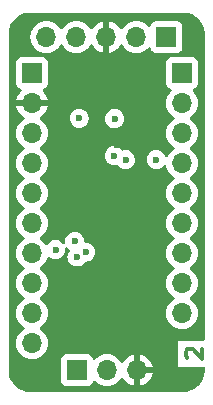
<source format=gbr>
%TF.GenerationSoftware,KiCad,Pcbnew,8.0.6*%
%TF.CreationDate,2024-12-27T21:34:25-08:00*%
%TF.ProjectId,PIC32Flex,50494333-3246-46c6-9578-2e6b69636164,rev?*%
%TF.SameCoordinates,Original*%
%TF.FileFunction,Copper,L2,Inr*%
%TF.FilePolarity,Positive*%
%FSLAX46Y46*%
G04 Gerber Fmt 4.6, Leading zero omitted, Abs format (unit mm)*
G04 Created by KiCad (PCBNEW 8.0.6) date 2024-12-27 21:34:25*
%MOMM*%
%LPD*%
G01*
G04 APERTURE LIST*
%ADD10C,0.300000*%
%TA.AperFunction,NonConductor*%
%ADD11C,0.300000*%
%TD*%
%TA.AperFunction,ComponentPad*%
%ADD12R,1.700000X1.700000*%
%TD*%
%TA.AperFunction,ComponentPad*%
%ADD13O,1.700000X1.700000*%
%TD*%
%TA.AperFunction,ViaPad*%
%ADD14C,0.600000*%
%TD*%
G04 APERTURE END LIST*
D10*
D11*
X113186400Y-99135965D02*
X113119733Y-99069298D01*
X113119733Y-99069298D02*
X113053066Y-98935965D01*
X113053066Y-98935965D02*
X113053066Y-98602632D01*
X113053066Y-98602632D02*
X113119733Y-98469298D01*
X113119733Y-98469298D02*
X113186400Y-98402632D01*
X113186400Y-98402632D02*
X113319733Y-98335965D01*
X113319733Y-98335965D02*
X113453066Y-98335965D01*
X113453066Y-98335965D02*
X113653066Y-98402632D01*
X113653066Y-98402632D02*
X114453066Y-99202632D01*
X114453066Y-99202632D02*
X114453066Y-98335965D01*
D12*
%TO.N,/MCLR*%
%TO.C,J2*%
X111410000Y-71950000D03*
D13*
%TO.N,+3.3V*%
X108870000Y-71950000D03*
%TO.N,GND*%
X106330000Y-71950000D03*
%TO.N,/PGData*%
X103790000Y-71950000D03*
%TO.N,/PGClk*%
X101250000Y-71950000D03*
%TD*%
%TO.N,/RB8*%
%TO.C,J4*%
X100040000Y-97880000D03*
%TO.N,/RB5*%
X100040000Y-95340000D03*
%TO.N,/RA4*%
X100040000Y-92800000D03*
%TO.N,/RB4*%
X100040000Y-90260000D03*
%TO.N,/RA3*%
X100040000Y-87720000D03*
%TO.N,/RA2*%
X100040000Y-85180000D03*
%TO.N,/AN5{slash}RB3*%
X100040000Y-82640000D03*
%TO.N,/AN4{slash}RB2*%
X100040000Y-80100000D03*
%TO.N,GND*%
X100040000Y-77560000D03*
D12*
%TO.N,+3.3V*%
X100040000Y-75020000D03*
%TD*%
%TO.N,/AN1{slash}RA1*%
%TO.C,J3*%
X112740000Y-75020000D03*
D13*
%TO.N,/AN0{slash}RA0*%
X112740000Y-77560000D03*
%TO.N,/AN9{slash}RB15*%
X112740000Y-80100000D03*
%TO.N,/AN10{slash}RB14*%
X112740000Y-82640000D03*
%TO.N,/AN11{slash}RB13*%
X112740000Y-85180000D03*
%TO.N,/AN12{slash}RB12*%
X112740000Y-87720000D03*
%TO.N,/RB11*%
X112740000Y-90260000D03*
%TO.N,/RB10*%
X112740000Y-92800000D03*
%TO.N,/RB9*%
X112740000Y-95340000D03*
%TD*%
D12*
%TO.N,/TXD*%
%TO.C,J1*%
X103837600Y-100170800D03*
D13*
%TO.N,/RXD*%
X106377600Y-100170800D03*
%TO.N,GND*%
X108917600Y-100170800D03*
%TD*%
D14*
%TO.N,+3.3V*%
X102020000Y-89971471D03*
X104020000Y-78840000D03*
X110560000Y-82330000D03*
X107020000Y-78870000D03*
%TO.N,GND*%
X107255735Y-81065735D03*
X104280000Y-81090000D03*
X103170000Y-75570000D03*
X106373203Y-86545485D03*
%TO.N,/TXD*%
X103837600Y-90580000D03*
%TO.N,/RXD*%
X104560000Y-90180000D03*
%TO.N,/RB5*%
X103650000Y-89270000D03*
%TO.N,/AN0{slash}RA0*%
X107950000Y-82350000D03*
%TO.N,/AN1{slash}RA1*%
X106980000Y-82010000D03*
%TD*%
%TA.AperFunction,Conductor*%
%TO.N,GND*%
G36*
X112853843Y-69898365D02*
G01*
X113076590Y-69912964D01*
X113092648Y-69915079D01*
X113278675Y-69952082D01*
X113307571Y-69957830D01*
X113323238Y-69962028D01*
X113476369Y-70014009D01*
X113530744Y-70032467D01*
X113545721Y-70038670D01*
X113736591Y-70132796D01*
X113742260Y-70135592D01*
X113756308Y-70143702D01*
X113938512Y-70265448D01*
X113951373Y-70275316D01*
X114056295Y-70367330D01*
X114116128Y-70419802D01*
X114127597Y-70431271D01*
X114237960Y-70557117D01*
X114272080Y-70596023D01*
X114281954Y-70608891D01*
X114403697Y-70791092D01*
X114411807Y-70805139D01*
X114508726Y-71001671D01*
X114514933Y-71016657D01*
X114585371Y-71224161D01*
X114589569Y-71239828D01*
X114632318Y-71454740D01*
X114634436Y-71470821D01*
X114649035Y-71693556D01*
X114649300Y-71701666D01*
X114649300Y-97554740D01*
X114629615Y-97621779D01*
X114576811Y-97667534D01*
X114525300Y-97678740D01*
X112395841Y-97678740D01*
X112395841Y-99858132D01*
X114525300Y-99858132D01*
X114592339Y-99877817D01*
X114638094Y-99930621D01*
X114649300Y-99982132D01*
X114649300Y-100193533D01*
X114649035Y-100201643D01*
X114634436Y-100424378D01*
X114632318Y-100440459D01*
X114589569Y-100655371D01*
X114585371Y-100671038D01*
X114514933Y-100878542D01*
X114508726Y-100893528D01*
X114411807Y-101090060D01*
X114403697Y-101104107D01*
X114281954Y-101286308D01*
X114272080Y-101299176D01*
X114127597Y-101463928D01*
X114116128Y-101475397D01*
X113951376Y-101619880D01*
X113938508Y-101629754D01*
X113756307Y-101751497D01*
X113742260Y-101759607D01*
X113545728Y-101856526D01*
X113530742Y-101862733D01*
X113323238Y-101933171D01*
X113307571Y-101937369D01*
X113092659Y-101980118D01*
X113076578Y-101982236D01*
X112853843Y-101996835D01*
X112845733Y-101997100D01*
X99853867Y-101997100D01*
X99845757Y-101996835D01*
X99623021Y-101982236D01*
X99606940Y-101980118D01*
X99392028Y-101937369D01*
X99376361Y-101933171D01*
X99168857Y-101862733D01*
X99153871Y-101856526D01*
X98957339Y-101759607D01*
X98943292Y-101751497D01*
X98761091Y-101629754D01*
X98748223Y-101619880D01*
X98583471Y-101475397D01*
X98572002Y-101463928D01*
X98467179Y-101344400D01*
X98427516Y-101299173D01*
X98417645Y-101286308D01*
X98402161Y-101263135D01*
X98295902Y-101104107D01*
X98287792Y-101090060D01*
X98264031Y-101041878D01*
X98190870Y-100893521D01*
X98184666Y-100878542D01*
X98114228Y-100671038D01*
X98110030Y-100655371D01*
X98098017Y-100594976D01*
X98067279Y-100440448D01*
X98065164Y-100424390D01*
X98050565Y-100201643D01*
X98050300Y-100193533D01*
X98050300Y-99272935D01*
X102487100Y-99272935D01*
X102487100Y-101068670D01*
X102487101Y-101068676D01*
X102493508Y-101128283D01*
X102543802Y-101263128D01*
X102543806Y-101263135D01*
X102630052Y-101378344D01*
X102630055Y-101378347D01*
X102745264Y-101464593D01*
X102745271Y-101464597D01*
X102880117Y-101514891D01*
X102880116Y-101514891D01*
X102887044Y-101515635D01*
X102939727Y-101521300D01*
X104735472Y-101521299D01*
X104795083Y-101514891D01*
X104929931Y-101464596D01*
X105045146Y-101378346D01*
X105131396Y-101263131D01*
X105180410Y-101131716D01*
X105222281Y-101075784D01*
X105287745Y-101051366D01*
X105356018Y-101066217D01*
X105384273Y-101087369D01*
X105506199Y-101209295D01*
X105602984Y-101277065D01*
X105699765Y-101344832D01*
X105699767Y-101344833D01*
X105699770Y-101344835D01*
X105913937Y-101444703D01*
X106142192Y-101505863D01*
X106318634Y-101521300D01*
X106377599Y-101526459D01*
X106377600Y-101526459D01*
X106377601Y-101526459D01*
X106436566Y-101521300D01*
X106613008Y-101505863D01*
X106841263Y-101444703D01*
X107055430Y-101344835D01*
X107249001Y-101209295D01*
X107416095Y-101042201D01*
X107546330Y-100856205D01*
X107600907Y-100812581D01*
X107670405Y-100805387D01*
X107732760Y-100836910D01*
X107749479Y-100856205D01*
X107879490Y-101041878D01*
X108046517Y-101208905D01*
X108240021Y-101344400D01*
X108454107Y-101444229D01*
X108454116Y-101444233D01*
X108667600Y-101501434D01*
X108667600Y-100603812D01*
X108724607Y-100636725D01*
X108851774Y-100670800D01*
X108983426Y-100670800D01*
X109110593Y-100636725D01*
X109167600Y-100603812D01*
X109167600Y-101501433D01*
X109381083Y-101444233D01*
X109381092Y-101444229D01*
X109595178Y-101344400D01*
X109788682Y-101208905D01*
X109955705Y-101041882D01*
X110091200Y-100848378D01*
X110191029Y-100634292D01*
X110191032Y-100634286D01*
X110248236Y-100420800D01*
X109350612Y-100420800D01*
X109383525Y-100363793D01*
X109417600Y-100236626D01*
X109417600Y-100104974D01*
X109383525Y-99977807D01*
X109350612Y-99920800D01*
X110248236Y-99920800D01*
X110248235Y-99920799D01*
X110191032Y-99707313D01*
X110191029Y-99707307D01*
X110091200Y-99493222D01*
X110091199Y-99493220D01*
X109955713Y-99299726D01*
X109955708Y-99299720D01*
X109788682Y-99132694D01*
X109595178Y-98997199D01*
X109381092Y-98897370D01*
X109381086Y-98897367D01*
X109167600Y-98840164D01*
X109167600Y-99737788D01*
X109110593Y-99704875D01*
X108983426Y-99670800D01*
X108851774Y-99670800D01*
X108724607Y-99704875D01*
X108667600Y-99737788D01*
X108667600Y-98840164D01*
X108667599Y-98840164D01*
X108454113Y-98897367D01*
X108454107Y-98897370D01*
X108240022Y-98997199D01*
X108240020Y-98997200D01*
X108046526Y-99132686D01*
X108046520Y-99132691D01*
X107879491Y-99299720D01*
X107879490Y-99299722D01*
X107749480Y-99485395D01*
X107694903Y-99529019D01*
X107625404Y-99536212D01*
X107563050Y-99504690D01*
X107546330Y-99485394D01*
X107416094Y-99299397D01*
X107249002Y-99132306D01*
X107248995Y-99132301D01*
X107055434Y-98996767D01*
X107055430Y-98996765D01*
X107055428Y-98996764D01*
X106841263Y-98896897D01*
X106841259Y-98896896D01*
X106841255Y-98896894D01*
X106613013Y-98835738D01*
X106613003Y-98835736D01*
X106377601Y-98815141D01*
X106377599Y-98815141D01*
X106142196Y-98835736D01*
X106142186Y-98835738D01*
X105913944Y-98896894D01*
X105913935Y-98896898D01*
X105699771Y-98996764D01*
X105699769Y-98996765D01*
X105506200Y-99132303D01*
X105384273Y-99254230D01*
X105322950Y-99287714D01*
X105253258Y-99282730D01*
X105197325Y-99240858D01*
X105180410Y-99209881D01*
X105131397Y-99078471D01*
X105131393Y-99078464D01*
X105045147Y-98963255D01*
X105045144Y-98963252D01*
X104929935Y-98877006D01*
X104929928Y-98877002D01*
X104795082Y-98826708D01*
X104795083Y-98826708D01*
X104735483Y-98820301D01*
X104735481Y-98820300D01*
X104735473Y-98820300D01*
X104735464Y-98820300D01*
X102939729Y-98820300D01*
X102939723Y-98820301D01*
X102880116Y-98826708D01*
X102745271Y-98877002D01*
X102745264Y-98877006D01*
X102630055Y-98963252D01*
X102630052Y-98963255D01*
X102543806Y-99078464D01*
X102543802Y-99078471D01*
X102493508Y-99213317D01*
X102487101Y-99272916D01*
X102487100Y-99272935D01*
X98050300Y-99272935D01*
X98050300Y-80099999D01*
X98684341Y-80099999D01*
X98684341Y-80100000D01*
X98704936Y-80335403D01*
X98704938Y-80335413D01*
X98766094Y-80563655D01*
X98766096Y-80563659D01*
X98766097Y-80563663D01*
X98865965Y-80777830D01*
X98865967Y-80777834D01*
X99001501Y-80971395D01*
X99001506Y-80971402D01*
X99168597Y-81138493D01*
X99168603Y-81138498D01*
X99354158Y-81268425D01*
X99397783Y-81323002D01*
X99404977Y-81392500D01*
X99373454Y-81454855D01*
X99354158Y-81471575D01*
X99168597Y-81601505D01*
X99001505Y-81768597D01*
X98865965Y-81962169D01*
X98865964Y-81962171D01*
X98766098Y-82176335D01*
X98766094Y-82176344D01*
X98704938Y-82404586D01*
X98704936Y-82404596D01*
X98684341Y-82639999D01*
X98684341Y-82640000D01*
X98704936Y-82875403D01*
X98704938Y-82875413D01*
X98766094Y-83103655D01*
X98766096Y-83103659D01*
X98766097Y-83103663D01*
X98865965Y-83317830D01*
X98865967Y-83317834D01*
X99001501Y-83511395D01*
X99001506Y-83511402D01*
X99168597Y-83678493D01*
X99168603Y-83678498D01*
X99354158Y-83808425D01*
X99397783Y-83863002D01*
X99404977Y-83932500D01*
X99373454Y-83994855D01*
X99354158Y-84011575D01*
X99168597Y-84141505D01*
X99001505Y-84308597D01*
X98865965Y-84502169D01*
X98865964Y-84502171D01*
X98766098Y-84716335D01*
X98766094Y-84716344D01*
X98704938Y-84944586D01*
X98704936Y-84944596D01*
X98684341Y-85179999D01*
X98684341Y-85180000D01*
X98704936Y-85415403D01*
X98704938Y-85415413D01*
X98766094Y-85643655D01*
X98766096Y-85643659D01*
X98766097Y-85643663D01*
X98865965Y-85857830D01*
X98865967Y-85857834D01*
X99001501Y-86051395D01*
X99001506Y-86051402D01*
X99168597Y-86218493D01*
X99168603Y-86218498D01*
X99354158Y-86348425D01*
X99397783Y-86403002D01*
X99404977Y-86472500D01*
X99373454Y-86534855D01*
X99354158Y-86551575D01*
X99168597Y-86681505D01*
X99001505Y-86848597D01*
X98865965Y-87042169D01*
X98865964Y-87042171D01*
X98766098Y-87256335D01*
X98766094Y-87256344D01*
X98704938Y-87484586D01*
X98704936Y-87484596D01*
X98684341Y-87719999D01*
X98684341Y-87720000D01*
X98704936Y-87955403D01*
X98704938Y-87955413D01*
X98766094Y-88183655D01*
X98766096Y-88183659D01*
X98766097Y-88183663D01*
X98865965Y-88397830D01*
X98865967Y-88397834D01*
X99001501Y-88591395D01*
X99001506Y-88591402D01*
X99168597Y-88758493D01*
X99168603Y-88758498D01*
X99354158Y-88888425D01*
X99397783Y-88943002D01*
X99404977Y-89012500D01*
X99373454Y-89074855D01*
X99354158Y-89091575D01*
X99168597Y-89221505D01*
X99001505Y-89388597D01*
X98865965Y-89582169D01*
X98865964Y-89582171D01*
X98766098Y-89796335D01*
X98766094Y-89796344D01*
X98704938Y-90024586D01*
X98704936Y-90024596D01*
X98684341Y-90259999D01*
X98684341Y-90260000D01*
X98704936Y-90495403D01*
X98704938Y-90495413D01*
X98766094Y-90723655D01*
X98766096Y-90723659D01*
X98766097Y-90723663D01*
X98806271Y-90809816D01*
X98865965Y-90937830D01*
X98865967Y-90937834D01*
X99001501Y-91131395D01*
X99001506Y-91131402D01*
X99168597Y-91298493D01*
X99168603Y-91298498D01*
X99354158Y-91428425D01*
X99397783Y-91483002D01*
X99404977Y-91552500D01*
X99373454Y-91614855D01*
X99354158Y-91631575D01*
X99168597Y-91761505D01*
X99001505Y-91928597D01*
X98865965Y-92122169D01*
X98865964Y-92122171D01*
X98766098Y-92336335D01*
X98766094Y-92336344D01*
X98704938Y-92564586D01*
X98704936Y-92564596D01*
X98684341Y-92799999D01*
X98684341Y-92800000D01*
X98704936Y-93035403D01*
X98704938Y-93035413D01*
X98766094Y-93263655D01*
X98766096Y-93263659D01*
X98766097Y-93263663D01*
X98865965Y-93477830D01*
X98865967Y-93477834D01*
X99001501Y-93671395D01*
X99001506Y-93671402D01*
X99168597Y-93838493D01*
X99168603Y-93838498D01*
X99354158Y-93968425D01*
X99397783Y-94023002D01*
X99404977Y-94092500D01*
X99373454Y-94154855D01*
X99354158Y-94171575D01*
X99168597Y-94301505D01*
X99001505Y-94468597D01*
X98865965Y-94662169D01*
X98865964Y-94662171D01*
X98766098Y-94876335D01*
X98766094Y-94876344D01*
X98704938Y-95104586D01*
X98704936Y-95104596D01*
X98684341Y-95339999D01*
X98684341Y-95340000D01*
X98704936Y-95575403D01*
X98704938Y-95575413D01*
X98766094Y-95803655D01*
X98766096Y-95803659D01*
X98766097Y-95803663D01*
X98865965Y-96017830D01*
X98865967Y-96017834D01*
X99001501Y-96211395D01*
X99001506Y-96211402D01*
X99168597Y-96378493D01*
X99168603Y-96378498D01*
X99354158Y-96508425D01*
X99397783Y-96563002D01*
X99404977Y-96632500D01*
X99373454Y-96694855D01*
X99354158Y-96711575D01*
X99168597Y-96841505D01*
X99001505Y-97008597D01*
X98865965Y-97202169D01*
X98865964Y-97202171D01*
X98766098Y-97416335D01*
X98766094Y-97416344D01*
X98704938Y-97644586D01*
X98704936Y-97644596D01*
X98684341Y-97879999D01*
X98684341Y-97880000D01*
X98704936Y-98115403D01*
X98704938Y-98115413D01*
X98766094Y-98343655D01*
X98766096Y-98343659D01*
X98766097Y-98343663D01*
X98865965Y-98557830D01*
X98865967Y-98557834D01*
X98974281Y-98712521D01*
X99001505Y-98751401D01*
X99168599Y-98918495D01*
X99232523Y-98963255D01*
X99362165Y-99054032D01*
X99362167Y-99054033D01*
X99362170Y-99054035D01*
X99576337Y-99153903D01*
X99804592Y-99215063D01*
X99992918Y-99231539D01*
X100039999Y-99235659D01*
X100040000Y-99235659D01*
X100040001Y-99235659D01*
X100079234Y-99232226D01*
X100275408Y-99215063D01*
X100503663Y-99153903D01*
X100717830Y-99054035D01*
X100911401Y-98918495D01*
X101078495Y-98751401D01*
X101214035Y-98557830D01*
X101313903Y-98343663D01*
X101375063Y-98115408D01*
X101395659Y-97880000D01*
X101375063Y-97644592D01*
X101313903Y-97416337D01*
X101214035Y-97202171D01*
X101078495Y-97008599D01*
X101078494Y-97008597D01*
X100911402Y-96841506D01*
X100911396Y-96841501D01*
X100725842Y-96711575D01*
X100682217Y-96656998D01*
X100675023Y-96587500D01*
X100706546Y-96525145D01*
X100725842Y-96508425D01*
X100748026Y-96492891D01*
X100911401Y-96378495D01*
X101078495Y-96211401D01*
X101214035Y-96017830D01*
X101313903Y-95803663D01*
X101375063Y-95575408D01*
X101395659Y-95340000D01*
X101375063Y-95104592D01*
X101313903Y-94876337D01*
X101214035Y-94662171D01*
X101078495Y-94468599D01*
X101078494Y-94468597D01*
X100911402Y-94301506D01*
X100911396Y-94301501D01*
X100725842Y-94171575D01*
X100682217Y-94116998D01*
X100675023Y-94047500D01*
X100706546Y-93985145D01*
X100725842Y-93968425D01*
X100748026Y-93952891D01*
X100911401Y-93838495D01*
X101078495Y-93671401D01*
X101214035Y-93477830D01*
X101313903Y-93263663D01*
X101375063Y-93035408D01*
X101395659Y-92800000D01*
X101375063Y-92564592D01*
X101313903Y-92336337D01*
X101214035Y-92122171D01*
X101078495Y-91928599D01*
X101078494Y-91928597D01*
X100911402Y-91761506D01*
X100911396Y-91761501D01*
X100725842Y-91631575D01*
X100682217Y-91576998D01*
X100675023Y-91507500D01*
X100706546Y-91445145D01*
X100725842Y-91428425D01*
X100815895Y-91365369D01*
X100911401Y-91298495D01*
X101078495Y-91131401D01*
X101214035Y-90937830D01*
X101313903Y-90723663D01*
X101327856Y-90671590D01*
X101364220Y-90611929D01*
X101427067Y-90581399D01*
X101496443Y-90589693D01*
X101513604Y-90598689D01*
X101517736Y-90601285D01*
X101517738Y-90601287D01*
X101534675Y-90611929D01*
X101670475Y-90697259D01*
X101840745Y-90756839D01*
X101840750Y-90756840D01*
X102019996Y-90777036D01*
X102020000Y-90777036D01*
X102020004Y-90777036D01*
X102199249Y-90756840D01*
X102199252Y-90756839D01*
X102199255Y-90756839D01*
X102369522Y-90697260D01*
X102522262Y-90601287D01*
X102649816Y-90473733D01*
X102745789Y-90320993D01*
X102805368Y-90150726D01*
X102818673Y-90032642D01*
X102825565Y-89971474D01*
X102825565Y-89971468D01*
X102815234Y-89879778D01*
X102827288Y-89810956D01*
X102874637Y-89759576D01*
X102942248Y-89741952D01*
X103008654Y-89763678D01*
X103026135Y-89778213D01*
X103147737Y-89899815D01*
X103147740Y-89899817D01*
X103165943Y-89911255D01*
X103212235Y-89963589D01*
X103222884Y-90032642D01*
X103204966Y-90082221D01*
X103111811Y-90230476D01*
X103052231Y-90400745D01*
X103052230Y-90400750D01*
X103032035Y-90579996D01*
X103032035Y-90580003D01*
X103052230Y-90759249D01*
X103052231Y-90759254D01*
X103111811Y-90929523D01*
X103147025Y-90985565D01*
X103207784Y-91082262D01*
X103335338Y-91209816D01*
X103425680Y-91266582D01*
X103476469Y-91298495D01*
X103488078Y-91305789D01*
X103658345Y-91365368D01*
X103658350Y-91365369D01*
X103837596Y-91385565D01*
X103837600Y-91385565D01*
X103837604Y-91385565D01*
X104016849Y-91365369D01*
X104016852Y-91365368D01*
X104016855Y-91365368D01*
X104187122Y-91305789D01*
X104339862Y-91209816D01*
X104467416Y-91082262D01*
X104493979Y-91039985D01*
X104546310Y-90993696D01*
X104585087Y-90982738D01*
X104639136Y-90976648D01*
X104739249Y-90965369D01*
X104739252Y-90965368D01*
X104739255Y-90965368D01*
X104909522Y-90905789D01*
X105062262Y-90809816D01*
X105189816Y-90682262D01*
X105285789Y-90529522D01*
X105345368Y-90359255D01*
X105349679Y-90320993D01*
X105365565Y-90180003D01*
X105365565Y-90179996D01*
X105345369Y-90000750D01*
X105345368Y-90000745D01*
X105335125Y-89971471D01*
X105285789Y-89830478D01*
X105189816Y-89677738D01*
X105062262Y-89550184D01*
X104995579Y-89508284D01*
X104909523Y-89454211D01*
X104739254Y-89394631D01*
X104739250Y-89394630D01*
X104564404Y-89374930D01*
X104499990Y-89347863D01*
X104460435Y-89290268D01*
X104455068Y-89265593D01*
X104450100Y-89221501D01*
X104435369Y-89090750D01*
X104435369Y-89090749D01*
X104435368Y-89090745D01*
X104400116Y-88990000D01*
X104375789Y-88920478D01*
X104279816Y-88767738D01*
X104152262Y-88640184D01*
X104074626Y-88591402D01*
X103999523Y-88544211D01*
X103829254Y-88484631D01*
X103829249Y-88484630D01*
X103650004Y-88464435D01*
X103649996Y-88464435D01*
X103470750Y-88484630D01*
X103470745Y-88484631D01*
X103300476Y-88544211D01*
X103147737Y-88640184D01*
X103020184Y-88767737D01*
X102924211Y-88920476D01*
X102864631Y-89090745D01*
X102864630Y-89090750D01*
X102844435Y-89269996D01*
X102844435Y-89270005D01*
X102854765Y-89361694D01*
X102842710Y-89430515D01*
X102795361Y-89481894D01*
X102727750Y-89499518D01*
X102661344Y-89477791D01*
X102643864Y-89463257D01*
X102522262Y-89341655D01*
X102369523Y-89245682D01*
X102199254Y-89186102D01*
X102199249Y-89186101D01*
X102020004Y-89165906D01*
X102019996Y-89165906D01*
X101840750Y-89186101D01*
X101840745Y-89186102D01*
X101670476Y-89245682D01*
X101517737Y-89341655D01*
X101390182Y-89469210D01*
X101368867Y-89503134D01*
X101316532Y-89549425D01*
X101247479Y-89560072D01*
X101183631Y-89531697D01*
X101162299Y-89508284D01*
X101078494Y-89388597D01*
X100911402Y-89221506D01*
X100911396Y-89221501D01*
X100725842Y-89091575D01*
X100682217Y-89036998D01*
X100675023Y-88967500D01*
X100706546Y-88905145D01*
X100725842Y-88888425D01*
X100748026Y-88872891D01*
X100911401Y-88758495D01*
X101078495Y-88591401D01*
X101214035Y-88397830D01*
X101313903Y-88183663D01*
X101375063Y-87955408D01*
X101395659Y-87720000D01*
X101375063Y-87484592D01*
X101313903Y-87256337D01*
X101214035Y-87042171D01*
X101078495Y-86848599D01*
X101078494Y-86848597D01*
X100911402Y-86681506D01*
X100911396Y-86681501D01*
X100725842Y-86551575D01*
X100682217Y-86496998D01*
X100675023Y-86427500D01*
X100706546Y-86365145D01*
X100725842Y-86348425D01*
X100748026Y-86332891D01*
X100911401Y-86218495D01*
X101078495Y-86051401D01*
X101214035Y-85857830D01*
X101313903Y-85643663D01*
X101375063Y-85415408D01*
X101395659Y-85180000D01*
X101375063Y-84944592D01*
X101313903Y-84716337D01*
X101214035Y-84502171D01*
X101078495Y-84308599D01*
X101078494Y-84308597D01*
X100911402Y-84141506D01*
X100911396Y-84141501D01*
X100725842Y-84011575D01*
X100682217Y-83956998D01*
X100675023Y-83887500D01*
X100706546Y-83825145D01*
X100725842Y-83808425D01*
X100748026Y-83792891D01*
X100911401Y-83678495D01*
X101078495Y-83511401D01*
X101214035Y-83317830D01*
X101313903Y-83103663D01*
X101375063Y-82875408D01*
X101395659Y-82640000D01*
X101375063Y-82404592D01*
X101313903Y-82176337D01*
X101236336Y-82009996D01*
X106174435Y-82009996D01*
X106174435Y-82010003D01*
X106194630Y-82189249D01*
X106194631Y-82189254D01*
X106254211Y-82359523D01*
X106348291Y-82509249D01*
X106350184Y-82512262D01*
X106477738Y-82639816D01*
X106630478Y-82735789D01*
X106794283Y-82793107D01*
X106800745Y-82795368D01*
X106800750Y-82795369D01*
X106979996Y-82815565D01*
X106980000Y-82815565D01*
X106980004Y-82815565D01*
X107159247Y-82795369D01*
X107159247Y-82795368D01*
X107159255Y-82795368D01*
X107168532Y-82792121D01*
X107238305Y-82788556D01*
X107298935Y-82823281D01*
X107314482Y-82843187D01*
X107320184Y-82852262D01*
X107447738Y-82979816D01*
X107538080Y-83036582D01*
X107568646Y-83055788D01*
X107600478Y-83075789D01*
X107713591Y-83115369D01*
X107770745Y-83135368D01*
X107770750Y-83135369D01*
X107949996Y-83155565D01*
X107950000Y-83155565D01*
X107950004Y-83155565D01*
X108129249Y-83135369D01*
X108129252Y-83135368D01*
X108129255Y-83135368D01*
X108299522Y-83075789D01*
X108452262Y-82979816D01*
X108579816Y-82852262D01*
X108675789Y-82699522D01*
X108735368Y-82529255D01*
X108737283Y-82512262D01*
X108755565Y-82350003D01*
X108755565Y-82349996D01*
X108753312Y-82329996D01*
X109754435Y-82329996D01*
X109754435Y-82330003D01*
X109774630Y-82509249D01*
X109774631Y-82509254D01*
X109834211Y-82679523D01*
X109919693Y-82815565D01*
X109930184Y-82832262D01*
X110057738Y-82959816D01*
X110210478Y-83055789D01*
X110267632Y-83075788D01*
X110380745Y-83115368D01*
X110380750Y-83115369D01*
X110559996Y-83135565D01*
X110560000Y-83135565D01*
X110560004Y-83135565D01*
X110739249Y-83115369D01*
X110739252Y-83115368D01*
X110739255Y-83115368D01*
X110909522Y-83055789D01*
X111062262Y-82959816D01*
X111189816Y-82832262D01*
X111189816Y-82832261D01*
X111194740Y-82827338D01*
X111195857Y-82828455D01*
X111246207Y-82793107D01*
X111316018Y-82790248D01*
X111376292Y-82825586D01*
X111405755Y-82878462D01*
X111466094Y-83103655D01*
X111466096Y-83103659D01*
X111466097Y-83103663D01*
X111565965Y-83317830D01*
X111565967Y-83317834D01*
X111701501Y-83511395D01*
X111701506Y-83511402D01*
X111868597Y-83678493D01*
X111868603Y-83678498D01*
X112054158Y-83808425D01*
X112097783Y-83863002D01*
X112104977Y-83932500D01*
X112073454Y-83994855D01*
X112054158Y-84011575D01*
X111868597Y-84141505D01*
X111701505Y-84308597D01*
X111565965Y-84502169D01*
X111565964Y-84502171D01*
X111466098Y-84716335D01*
X111466094Y-84716344D01*
X111404938Y-84944586D01*
X111404936Y-84944596D01*
X111384341Y-85179999D01*
X111384341Y-85180000D01*
X111404936Y-85415403D01*
X111404938Y-85415413D01*
X111466094Y-85643655D01*
X111466096Y-85643659D01*
X111466097Y-85643663D01*
X111565965Y-85857830D01*
X111565967Y-85857834D01*
X111701501Y-86051395D01*
X111701506Y-86051402D01*
X111868597Y-86218493D01*
X111868603Y-86218498D01*
X112054158Y-86348425D01*
X112097783Y-86403002D01*
X112104977Y-86472500D01*
X112073454Y-86534855D01*
X112054158Y-86551575D01*
X111868597Y-86681505D01*
X111701505Y-86848597D01*
X111565965Y-87042169D01*
X111565964Y-87042171D01*
X111466098Y-87256335D01*
X111466094Y-87256344D01*
X111404938Y-87484586D01*
X111404936Y-87484596D01*
X111384341Y-87719999D01*
X111384341Y-87720000D01*
X111404936Y-87955403D01*
X111404938Y-87955413D01*
X111466094Y-88183655D01*
X111466096Y-88183659D01*
X111466097Y-88183663D01*
X111565965Y-88397830D01*
X111565967Y-88397834D01*
X111701501Y-88591395D01*
X111701506Y-88591402D01*
X111868597Y-88758493D01*
X111868603Y-88758498D01*
X112054158Y-88888425D01*
X112097783Y-88943002D01*
X112104977Y-89012500D01*
X112073454Y-89074855D01*
X112054158Y-89091575D01*
X111868597Y-89221505D01*
X111701505Y-89388597D01*
X111565965Y-89582169D01*
X111565964Y-89582171D01*
X111466098Y-89796335D01*
X111466094Y-89796344D01*
X111404938Y-90024586D01*
X111404936Y-90024596D01*
X111384341Y-90259999D01*
X111384341Y-90260000D01*
X111404936Y-90495403D01*
X111404938Y-90495413D01*
X111466094Y-90723655D01*
X111466096Y-90723659D01*
X111466097Y-90723663D01*
X111506271Y-90809816D01*
X111565965Y-90937830D01*
X111565967Y-90937834D01*
X111701501Y-91131395D01*
X111701506Y-91131402D01*
X111868597Y-91298493D01*
X111868603Y-91298498D01*
X112054158Y-91428425D01*
X112097783Y-91483002D01*
X112104977Y-91552500D01*
X112073454Y-91614855D01*
X112054158Y-91631575D01*
X111868597Y-91761505D01*
X111701505Y-91928597D01*
X111565965Y-92122169D01*
X111565964Y-92122171D01*
X111466098Y-92336335D01*
X111466094Y-92336344D01*
X111404938Y-92564586D01*
X111404936Y-92564596D01*
X111384341Y-92799999D01*
X111384341Y-92800000D01*
X111404936Y-93035403D01*
X111404938Y-93035413D01*
X111466094Y-93263655D01*
X111466096Y-93263659D01*
X111466097Y-93263663D01*
X111565965Y-93477830D01*
X111565967Y-93477834D01*
X111701501Y-93671395D01*
X111701506Y-93671402D01*
X111868597Y-93838493D01*
X111868603Y-93838498D01*
X112054158Y-93968425D01*
X112097783Y-94023002D01*
X112104977Y-94092500D01*
X112073454Y-94154855D01*
X112054158Y-94171575D01*
X111868597Y-94301505D01*
X111701505Y-94468597D01*
X111565965Y-94662169D01*
X111565964Y-94662171D01*
X111466098Y-94876335D01*
X111466094Y-94876344D01*
X111404938Y-95104586D01*
X111404936Y-95104596D01*
X111384341Y-95339999D01*
X111384341Y-95340000D01*
X111404936Y-95575403D01*
X111404938Y-95575413D01*
X111466094Y-95803655D01*
X111466096Y-95803659D01*
X111466097Y-95803663D01*
X111565965Y-96017830D01*
X111565967Y-96017834D01*
X111674281Y-96172521D01*
X111701505Y-96211401D01*
X111868599Y-96378495D01*
X111965384Y-96446265D01*
X112062165Y-96514032D01*
X112062167Y-96514033D01*
X112062170Y-96514035D01*
X112276337Y-96613903D01*
X112504592Y-96675063D01*
X112692918Y-96691539D01*
X112739999Y-96695659D01*
X112740000Y-96695659D01*
X112740001Y-96695659D01*
X112779234Y-96692226D01*
X112975408Y-96675063D01*
X113203663Y-96613903D01*
X113417830Y-96514035D01*
X113611401Y-96378495D01*
X113778495Y-96211401D01*
X113914035Y-96017830D01*
X114013903Y-95803663D01*
X114075063Y-95575408D01*
X114095659Y-95340000D01*
X114075063Y-95104592D01*
X114013903Y-94876337D01*
X113914035Y-94662171D01*
X113778495Y-94468599D01*
X113778494Y-94468597D01*
X113611402Y-94301506D01*
X113611396Y-94301501D01*
X113425842Y-94171575D01*
X113382217Y-94116998D01*
X113375023Y-94047500D01*
X113406546Y-93985145D01*
X113425842Y-93968425D01*
X113448026Y-93952891D01*
X113611401Y-93838495D01*
X113778495Y-93671401D01*
X113914035Y-93477830D01*
X114013903Y-93263663D01*
X114075063Y-93035408D01*
X114095659Y-92800000D01*
X114075063Y-92564592D01*
X114013903Y-92336337D01*
X113914035Y-92122171D01*
X113778495Y-91928599D01*
X113778494Y-91928597D01*
X113611402Y-91761506D01*
X113611396Y-91761501D01*
X113425842Y-91631575D01*
X113382217Y-91576998D01*
X113375023Y-91507500D01*
X113406546Y-91445145D01*
X113425842Y-91428425D01*
X113515895Y-91365369D01*
X113611401Y-91298495D01*
X113778495Y-91131401D01*
X113914035Y-90937830D01*
X114013903Y-90723663D01*
X114075063Y-90495408D01*
X114095659Y-90260000D01*
X114075063Y-90024592D01*
X114013903Y-89796337D01*
X113914035Y-89582171D01*
X113898562Y-89560072D01*
X113778494Y-89388597D01*
X113611402Y-89221506D01*
X113611396Y-89221501D01*
X113425842Y-89091575D01*
X113382217Y-89036998D01*
X113375023Y-88967500D01*
X113406546Y-88905145D01*
X113425842Y-88888425D01*
X113448026Y-88872891D01*
X113611401Y-88758495D01*
X113778495Y-88591401D01*
X113914035Y-88397830D01*
X114013903Y-88183663D01*
X114075063Y-87955408D01*
X114095659Y-87720000D01*
X114075063Y-87484592D01*
X114013903Y-87256337D01*
X113914035Y-87042171D01*
X113778495Y-86848599D01*
X113778494Y-86848597D01*
X113611402Y-86681506D01*
X113611396Y-86681501D01*
X113425842Y-86551575D01*
X113382217Y-86496998D01*
X113375023Y-86427500D01*
X113406546Y-86365145D01*
X113425842Y-86348425D01*
X113448026Y-86332891D01*
X113611401Y-86218495D01*
X113778495Y-86051401D01*
X113914035Y-85857830D01*
X114013903Y-85643663D01*
X114075063Y-85415408D01*
X114095659Y-85180000D01*
X114075063Y-84944592D01*
X114013903Y-84716337D01*
X113914035Y-84502171D01*
X113778495Y-84308599D01*
X113778494Y-84308597D01*
X113611402Y-84141506D01*
X113611396Y-84141501D01*
X113425842Y-84011575D01*
X113382217Y-83956998D01*
X113375023Y-83887500D01*
X113406546Y-83825145D01*
X113425842Y-83808425D01*
X113448026Y-83792891D01*
X113611401Y-83678495D01*
X113778495Y-83511401D01*
X113914035Y-83317830D01*
X114013903Y-83103663D01*
X114075063Y-82875408D01*
X114095659Y-82640000D01*
X114075063Y-82404592D01*
X114013903Y-82176337D01*
X113914035Y-81962171D01*
X113833909Y-81847738D01*
X113778494Y-81768597D01*
X113611402Y-81601506D01*
X113611396Y-81601501D01*
X113425842Y-81471575D01*
X113382217Y-81416998D01*
X113375023Y-81347500D01*
X113406546Y-81285145D01*
X113425842Y-81268425D01*
X113488386Y-81224631D01*
X113611401Y-81138495D01*
X113778495Y-80971401D01*
X113914035Y-80777830D01*
X114013903Y-80563663D01*
X114075063Y-80335408D01*
X114095659Y-80100000D01*
X114075063Y-79864592D01*
X114013903Y-79636337D01*
X113914035Y-79422171D01*
X113879089Y-79372262D01*
X113778494Y-79228597D01*
X113611402Y-79061506D01*
X113611396Y-79061501D01*
X113425842Y-78931575D01*
X113382217Y-78876998D01*
X113375023Y-78807500D01*
X113406546Y-78745145D01*
X113425842Y-78728425D01*
X113479654Y-78690745D01*
X113611401Y-78598495D01*
X113778495Y-78431401D01*
X113914035Y-78237830D01*
X114013903Y-78023663D01*
X114075063Y-77795408D01*
X114095659Y-77560000D01*
X114075063Y-77324592D01*
X114013903Y-77096337D01*
X113914035Y-76882171D01*
X113778495Y-76688599D01*
X113656567Y-76566671D01*
X113623084Y-76505351D01*
X113628068Y-76435659D01*
X113669939Y-76379725D01*
X113700915Y-76362810D01*
X113832331Y-76313796D01*
X113947546Y-76227546D01*
X114033796Y-76112331D01*
X114084091Y-75977483D01*
X114090500Y-75917873D01*
X114090499Y-74122128D01*
X114084091Y-74062517D01*
X114033796Y-73927669D01*
X114033795Y-73927668D01*
X114033793Y-73927664D01*
X113947547Y-73812455D01*
X113947544Y-73812452D01*
X113832335Y-73726206D01*
X113832328Y-73726202D01*
X113697482Y-73675908D01*
X113697483Y-73675908D01*
X113637883Y-73669501D01*
X113637881Y-73669500D01*
X113637873Y-73669500D01*
X113637864Y-73669500D01*
X111842129Y-73669500D01*
X111842123Y-73669501D01*
X111782516Y-73675908D01*
X111647671Y-73726202D01*
X111647664Y-73726206D01*
X111532455Y-73812452D01*
X111532452Y-73812455D01*
X111446206Y-73927664D01*
X111446202Y-73927671D01*
X111395908Y-74062517D01*
X111389501Y-74122116D01*
X111389501Y-74122123D01*
X111389500Y-74122135D01*
X111389500Y-75917870D01*
X111389501Y-75917876D01*
X111395908Y-75977483D01*
X111446202Y-76112328D01*
X111446206Y-76112335D01*
X111532452Y-76227544D01*
X111532455Y-76227547D01*
X111647664Y-76313793D01*
X111647671Y-76313797D01*
X111779081Y-76362810D01*
X111835015Y-76404681D01*
X111859432Y-76470145D01*
X111844580Y-76538418D01*
X111823430Y-76566673D01*
X111701503Y-76688600D01*
X111565965Y-76882169D01*
X111565964Y-76882171D01*
X111466098Y-77096335D01*
X111466094Y-77096344D01*
X111404938Y-77324586D01*
X111404936Y-77324596D01*
X111384341Y-77559999D01*
X111384341Y-77560000D01*
X111404936Y-77795403D01*
X111404938Y-77795413D01*
X111466094Y-78023655D01*
X111466096Y-78023659D01*
X111466097Y-78023663D01*
X111522310Y-78144211D01*
X111565965Y-78237830D01*
X111565967Y-78237834D01*
X111701501Y-78431395D01*
X111701506Y-78431402D01*
X111868597Y-78598493D01*
X111868603Y-78598498D01*
X112054158Y-78728425D01*
X112097783Y-78783002D01*
X112104977Y-78852500D01*
X112073454Y-78914855D01*
X112054158Y-78931575D01*
X111868597Y-79061505D01*
X111701505Y-79228597D01*
X111565965Y-79422169D01*
X111565964Y-79422171D01*
X111466098Y-79636335D01*
X111466094Y-79636344D01*
X111404938Y-79864586D01*
X111404936Y-79864596D01*
X111384341Y-80099999D01*
X111384341Y-80100000D01*
X111404936Y-80335403D01*
X111404938Y-80335413D01*
X111466094Y-80563655D01*
X111466096Y-80563659D01*
X111466097Y-80563663D01*
X111565965Y-80777830D01*
X111565967Y-80777834D01*
X111701501Y-80971395D01*
X111701506Y-80971402D01*
X111868597Y-81138493D01*
X111868603Y-81138498D01*
X112054158Y-81268425D01*
X112097783Y-81323002D01*
X112104977Y-81392500D01*
X112073454Y-81454855D01*
X112054158Y-81471575D01*
X111868597Y-81601505D01*
X111701505Y-81768597D01*
X111565966Y-81962168D01*
X111531021Y-82037107D01*
X111484848Y-82089546D01*
X111417654Y-82108697D01*
X111350773Y-82088481D01*
X111305439Y-82035315D01*
X111301597Y-82025655D01*
X111285789Y-81980478D01*
X111202382Y-81847737D01*
X111189816Y-81827738D01*
X111062262Y-81700184D01*
X110909523Y-81604211D01*
X110739254Y-81544631D01*
X110739249Y-81544630D01*
X110560004Y-81524435D01*
X110559996Y-81524435D01*
X110380750Y-81544630D01*
X110380745Y-81544631D01*
X110210476Y-81604211D01*
X110057737Y-81700184D01*
X109930184Y-81827737D01*
X109834211Y-81980476D01*
X109774631Y-82150745D01*
X109774630Y-82150750D01*
X109754435Y-82329996D01*
X108753312Y-82329996D01*
X108735369Y-82170750D01*
X108735368Y-82170745D01*
X108706955Y-82089546D01*
X108675789Y-82000478D01*
X108579816Y-81847738D01*
X108452262Y-81720184D01*
X108357241Y-81660478D01*
X108299523Y-81624211D01*
X108129254Y-81564631D01*
X108129249Y-81564630D01*
X107950004Y-81544435D01*
X107949996Y-81544435D01*
X107770747Y-81564631D01*
X107761458Y-81567881D01*
X107691679Y-81571439D01*
X107631053Y-81536707D01*
X107615514Y-81516807D01*
X107609816Y-81507738D01*
X107482262Y-81380184D01*
X107430246Y-81347500D01*
X107329523Y-81284211D01*
X107159254Y-81224631D01*
X107159249Y-81224630D01*
X106980004Y-81204435D01*
X106979996Y-81204435D01*
X106800750Y-81224630D01*
X106800745Y-81224631D01*
X106630476Y-81284211D01*
X106477737Y-81380184D01*
X106350184Y-81507737D01*
X106254211Y-81660476D01*
X106194631Y-81830745D01*
X106194630Y-81830750D01*
X106174435Y-82009996D01*
X101236336Y-82009996D01*
X101214035Y-81962171D01*
X101133909Y-81847738D01*
X101078494Y-81768597D01*
X100911402Y-81601506D01*
X100911396Y-81601501D01*
X100725842Y-81471575D01*
X100682217Y-81416998D01*
X100675023Y-81347500D01*
X100706546Y-81285145D01*
X100725842Y-81268425D01*
X100788386Y-81224631D01*
X100911401Y-81138495D01*
X101078495Y-80971401D01*
X101214035Y-80777830D01*
X101313903Y-80563663D01*
X101375063Y-80335408D01*
X101395659Y-80100000D01*
X101375063Y-79864592D01*
X101313903Y-79636337D01*
X101214035Y-79422171D01*
X101179089Y-79372262D01*
X101078494Y-79228597D01*
X100911402Y-79061506D01*
X100911401Y-79061505D01*
X100725405Y-78931269D01*
X100681781Y-78876692D01*
X100677983Y-78839996D01*
X103214435Y-78839996D01*
X103214435Y-78840003D01*
X103234630Y-79019249D01*
X103234631Y-79019254D01*
X103294211Y-79189523D01*
X103390184Y-79342262D01*
X103517738Y-79469816D01*
X103670478Y-79565789D01*
X103840745Y-79625368D01*
X103840750Y-79625369D01*
X104019996Y-79645565D01*
X104020000Y-79645565D01*
X104020004Y-79645565D01*
X104199249Y-79625369D01*
X104199252Y-79625368D01*
X104199255Y-79625368D01*
X104369522Y-79565789D01*
X104522262Y-79469816D01*
X104649816Y-79342262D01*
X104745789Y-79189522D01*
X104805368Y-79019255D01*
X104817131Y-78914855D01*
X104822186Y-78869996D01*
X106214435Y-78869996D01*
X106214435Y-78870003D01*
X106234630Y-79049249D01*
X106234631Y-79049254D01*
X106294211Y-79219523D01*
X106299913Y-79228597D01*
X106390184Y-79372262D01*
X106517738Y-79499816D01*
X106670478Y-79595789D01*
X106755010Y-79625368D01*
X106840745Y-79655368D01*
X106840750Y-79655369D01*
X107019996Y-79675565D01*
X107020000Y-79675565D01*
X107020004Y-79675565D01*
X107199249Y-79655369D01*
X107199252Y-79655368D01*
X107199255Y-79655368D01*
X107369522Y-79595789D01*
X107522262Y-79499816D01*
X107649816Y-79372262D01*
X107745789Y-79219522D01*
X107805368Y-79049255D01*
X107808748Y-79019255D01*
X107825565Y-78870003D01*
X107825565Y-78869996D01*
X107805369Y-78690750D01*
X107805368Y-78690745D01*
X107794872Y-78660750D01*
X107745789Y-78520478D01*
X107726937Y-78490476D01*
X107649815Y-78367737D01*
X107522262Y-78240184D01*
X107369523Y-78144211D01*
X107199254Y-78084631D01*
X107199249Y-78084630D01*
X107020004Y-78064435D01*
X107019996Y-78064435D01*
X106840750Y-78084630D01*
X106840745Y-78084631D01*
X106670476Y-78144211D01*
X106517737Y-78240184D01*
X106390184Y-78367737D01*
X106294211Y-78520476D01*
X106234631Y-78690745D01*
X106234630Y-78690750D01*
X106214435Y-78869996D01*
X104822186Y-78869996D01*
X104825565Y-78840003D01*
X104825565Y-78839996D01*
X104805369Y-78660750D01*
X104805368Y-78660745D01*
X104745788Y-78490476D01*
X104668666Y-78367738D01*
X104649816Y-78337738D01*
X104522262Y-78210184D01*
X104417267Y-78144211D01*
X104369523Y-78114211D01*
X104199254Y-78054631D01*
X104199249Y-78054630D01*
X104020004Y-78034435D01*
X104019996Y-78034435D01*
X103840750Y-78054630D01*
X103840745Y-78054631D01*
X103670476Y-78114211D01*
X103517737Y-78210184D01*
X103390184Y-78337737D01*
X103294211Y-78490476D01*
X103234631Y-78660745D01*
X103234630Y-78660750D01*
X103214435Y-78839996D01*
X100677983Y-78839996D01*
X100674588Y-78807193D01*
X100706110Y-78744839D01*
X100725405Y-78728119D01*
X100911082Y-78598105D01*
X101078105Y-78431082D01*
X101213600Y-78237578D01*
X101313429Y-78023492D01*
X101313432Y-78023486D01*
X101370636Y-77810000D01*
X100473012Y-77810000D01*
X100505925Y-77752993D01*
X100540000Y-77625826D01*
X100540000Y-77494174D01*
X100505925Y-77367007D01*
X100473012Y-77310000D01*
X101370636Y-77310000D01*
X101370635Y-77309999D01*
X101313432Y-77096513D01*
X101313429Y-77096507D01*
X101213600Y-76882422D01*
X101213599Y-76882420D01*
X101078113Y-76688926D01*
X101078108Y-76688920D01*
X100956053Y-76566865D01*
X100922568Y-76505542D01*
X100927552Y-76435850D01*
X100969424Y-76379917D01*
X101000400Y-76363002D01*
X101132331Y-76313796D01*
X101247546Y-76227546D01*
X101333796Y-76112331D01*
X101384091Y-75977483D01*
X101390500Y-75917873D01*
X101390499Y-74122128D01*
X101384091Y-74062517D01*
X101333796Y-73927669D01*
X101333795Y-73927668D01*
X101333793Y-73927664D01*
X101247547Y-73812455D01*
X101247544Y-73812452D01*
X101132335Y-73726206D01*
X101132328Y-73726202D01*
X100997482Y-73675908D01*
X100997483Y-73675908D01*
X100937883Y-73669501D01*
X100937881Y-73669500D01*
X100937873Y-73669500D01*
X100937864Y-73669500D01*
X99142129Y-73669500D01*
X99142123Y-73669501D01*
X99082516Y-73675908D01*
X98947671Y-73726202D01*
X98947664Y-73726206D01*
X98832455Y-73812452D01*
X98832452Y-73812455D01*
X98746206Y-73927664D01*
X98746202Y-73927671D01*
X98695908Y-74062517D01*
X98689501Y-74122116D01*
X98689501Y-74122123D01*
X98689500Y-74122135D01*
X98689500Y-75917870D01*
X98689501Y-75917876D01*
X98695908Y-75977483D01*
X98746202Y-76112328D01*
X98746206Y-76112335D01*
X98832452Y-76227544D01*
X98832455Y-76227547D01*
X98947664Y-76313793D01*
X98947671Y-76313797D01*
X98947674Y-76313798D01*
X99079598Y-76363002D01*
X99135531Y-76404873D01*
X99159949Y-76470337D01*
X99145098Y-76538610D01*
X99123947Y-76566865D01*
X99001886Y-76688926D01*
X98866400Y-76882420D01*
X98866399Y-76882422D01*
X98766570Y-77096507D01*
X98766567Y-77096513D01*
X98709364Y-77309999D01*
X98709364Y-77310000D01*
X99606988Y-77310000D01*
X99574075Y-77367007D01*
X99540000Y-77494174D01*
X99540000Y-77625826D01*
X99574075Y-77752993D01*
X99606988Y-77810000D01*
X98709364Y-77810000D01*
X98766567Y-78023486D01*
X98766570Y-78023492D01*
X98866399Y-78237578D01*
X99001894Y-78431082D01*
X99168917Y-78598105D01*
X99354595Y-78728119D01*
X99398219Y-78782696D01*
X99405412Y-78852195D01*
X99373890Y-78914549D01*
X99354595Y-78931269D01*
X99168594Y-79061508D01*
X99001505Y-79228597D01*
X98865965Y-79422169D01*
X98865964Y-79422171D01*
X98766098Y-79636335D01*
X98766094Y-79636344D01*
X98704938Y-79864586D01*
X98704936Y-79864596D01*
X98684341Y-80099999D01*
X98050300Y-80099999D01*
X98050300Y-71949999D01*
X99894341Y-71949999D01*
X99894341Y-71950000D01*
X99914936Y-72185403D01*
X99914938Y-72185413D01*
X99976094Y-72413655D01*
X99976096Y-72413659D01*
X99976097Y-72413663D01*
X100055801Y-72584588D01*
X100075965Y-72627830D01*
X100075967Y-72627834D01*
X100184281Y-72782521D01*
X100211505Y-72821401D01*
X100378599Y-72988495D01*
X100475384Y-73056265D01*
X100572165Y-73124032D01*
X100572167Y-73124033D01*
X100572170Y-73124035D01*
X100786337Y-73223903D01*
X101014592Y-73285063D01*
X101191034Y-73300500D01*
X101249999Y-73305659D01*
X101250000Y-73305659D01*
X101250001Y-73305659D01*
X101308966Y-73300500D01*
X101485408Y-73285063D01*
X101713663Y-73223903D01*
X101927830Y-73124035D01*
X102121401Y-72988495D01*
X102288495Y-72821401D01*
X102418425Y-72635842D01*
X102473002Y-72592217D01*
X102542500Y-72585023D01*
X102604855Y-72616546D01*
X102621575Y-72635842D01*
X102751500Y-72821395D01*
X102751505Y-72821401D01*
X102918599Y-72988495D01*
X103015384Y-73056265D01*
X103112165Y-73124032D01*
X103112167Y-73124033D01*
X103112170Y-73124035D01*
X103326337Y-73223903D01*
X103554592Y-73285063D01*
X103731034Y-73300500D01*
X103789999Y-73305659D01*
X103790000Y-73305659D01*
X103790001Y-73305659D01*
X103848966Y-73300500D01*
X104025408Y-73285063D01*
X104253663Y-73223903D01*
X104467830Y-73124035D01*
X104661401Y-72988495D01*
X104828495Y-72821401D01*
X104958730Y-72635405D01*
X105013307Y-72591781D01*
X105082805Y-72584587D01*
X105145160Y-72616110D01*
X105161879Y-72635405D01*
X105291890Y-72821078D01*
X105458917Y-72988105D01*
X105652421Y-73123600D01*
X105866507Y-73223429D01*
X105866516Y-73223433D01*
X106080000Y-73280634D01*
X106080000Y-72383012D01*
X106137007Y-72415925D01*
X106264174Y-72450000D01*
X106395826Y-72450000D01*
X106522993Y-72415925D01*
X106580000Y-72383012D01*
X106580000Y-73280633D01*
X106793483Y-73223433D01*
X106793492Y-73223429D01*
X107007578Y-73123600D01*
X107201082Y-72988105D01*
X107368105Y-72821082D01*
X107498119Y-72635405D01*
X107552696Y-72591781D01*
X107622195Y-72584588D01*
X107684549Y-72616110D01*
X107701269Y-72635405D01*
X107831505Y-72821401D01*
X107998599Y-72988495D01*
X108095384Y-73056265D01*
X108192165Y-73124032D01*
X108192167Y-73124033D01*
X108192170Y-73124035D01*
X108406337Y-73223903D01*
X108634592Y-73285063D01*
X108811034Y-73300500D01*
X108869999Y-73305659D01*
X108870000Y-73305659D01*
X108870001Y-73305659D01*
X108928966Y-73300500D01*
X109105408Y-73285063D01*
X109333663Y-73223903D01*
X109547830Y-73124035D01*
X109741401Y-72988495D01*
X109863329Y-72866566D01*
X109924648Y-72833084D01*
X109994340Y-72838068D01*
X110050274Y-72879939D01*
X110067189Y-72910917D01*
X110116202Y-73042328D01*
X110116206Y-73042335D01*
X110202452Y-73157544D01*
X110202455Y-73157547D01*
X110317664Y-73243793D01*
X110317671Y-73243797D01*
X110452517Y-73294091D01*
X110452516Y-73294091D01*
X110459444Y-73294835D01*
X110512127Y-73300500D01*
X112307872Y-73300499D01*
X112367483Y-73294091D01*
X112502331Y-73243796D01*
X112617546Y-73157546D01*
X112703796Y-73042331D01*
X112754091Y-72907483D01*
X112760500Y-72847873D01*
X112760499Y-71052128D01*
X112754091Y-70992517D01*
X112752810Y-70989083D01*
X112703797Y-70857671D01*
X112703793Y-70857664D01*
X112617547Y-70742455D01*
X112617544Y-70742452D01*
X112502335Y-70656206D01*
X112502328Y-70656202D01*
X112367482Y-70605908D01*
X112367483Y-70605908D01*
X112307883Y-70599501D01*
X112307881Y-70599500D01*
X112307873Y-70599500D01*
X112307864Y-70599500D01*
X110512129Y-70599500D01*
X110512123Y-70599501D01*
X110452516Y-70605908D01*
X110317671Y-70656202D01*
X110317664Y-70656206D01*
X110202455Y-70742452D01*
X110202452Y-70742455D01*
X110116206Y-70857664D01*
X110116203Y-70857669D01*
X110067189Y-70989083D01*
X110025317Y-71045016D01*
X109959853Y-71069433D01*
X109891580Y-71054581D01*
X109863326Y-71033430D01*
X109741402Y-70911506D01*
X109741395Y-70911501D01*
X109547834Y-70775967D01*
X109547830Y-70775965D01*
X109547828Y-70775964D01*
X109333663Y-70676097D01*
X109333659Y-70676096D01*
X109333655Y-70676094D01*
X109105413Y-70614938D01*
X109105403Y-70614936D01*
X108870001Y-70594341D01*
X108869999Y-70594341D01*
X108634596Y-70614936D01*
X108634586Y-70614938D01*
X108406344Y-70676094D01*
X108406335Y-70676098D01*
X108192171Y-70775964D01*
X108192169Y-70775965D01*
X107998597Y-70911505D01*
X107831508Y-71078594D01*
X107701269Y-71264595D01*
X107646692Y-71308219D01*
X107577193Y-71315412D01*
X107514839Y-71283890D01*
X107498119Y-71264594D01*
X107368113Y-71078926D01*
X107368108Y-71078920D01*
X107201082Y-70911894D01*
X107007578Y-70776399D01*
X106793492Y-70676570D01*
X106793486Y-70676567D01*
X106580000Y-70619364D01*
X106580000Y-71516988D01*
X106522993Y-71484075D01*
X106395826Y-71450000D01*
X106264174Y-71450000D01*
X106137007Y-71484075D01*
X106080000Y-71516988D01*
X106080000Y-70619364D01*
X106079999Y-70619364D01*
X105866513Y-70676567D01*
X105866507Y-70676570D01*
X105652422Y-70776399D01*
X105652420Y-70776400D01*
X105458926Y-70911886D01*
X105458920Y-70911891D01*
X105291891Y-71078920D01*
X105291890Y-71078922D01*
X105161880Y-71264595D01*
X105107303Y-71308219D01*
X105037804Y-71315412D01*
X104975450Y-71283890D01*
X104958730Y-71264594D01*
X104828494Y-71078597D01*
X104661402Y-70911506D01*
X104661395Y-70911501D01*
X104467834Y-70775967D01*
X104467830Y-70775965D01*
X104467828Y-70775964D01*
X104253663Y-70676097D01*
X104253659Y-70676096D01*
X104253655Y-70676094D01*
X104025413Y-70614938D01*
X104025403Y-70614936D01*
X103790001Y-70594341D01*
X103789999Y-70594341D01*
X103554596Y-70614936D01*
X103554586Y-70614938D01*
X103326344Y-70676094D01*
X103326335Y-70676098D01*
X103112171Y-70775964D01*
X103112169Y-70775965D01*
X102918597Y-70911505D01*
X102751505Y-71078597D01*
X102621575Y-71264158D01*
X102566998Y-71307783D01*
X102497500Y-71314977D01*
X102435145Y-71283454D01*
X102418425Y-71264158D01*
X102288494Y-71078597D01*
X102121402Y-70911506D01*
X102121395Y-70911501D01*
X101927834Y-70775967D01*
X101927830Y-70775965D01*
X101927828Y-70775964D01*
X101713663Y-70676097D01*
X101713659Y-70676096D01*
X101713655Y-70676094D01*
X101485413Y-70614938D01*
X101485403Y-70614936D01*
X101250001Y-70594341D01*
X101249999Y-70594341D01*
X101014596Y-70614936D01*
X101014586Y-70614938D01*
X100786344Y-70676094D01*
X100786335Y-70676098D01*
X100572171Y-70775964D01*
X100572169Y-70775965D01*
X100378597Y-70911505D01*
X100211505Y-71078597D01*
X100075965Y-71272169D01*
X100075964Y-71272171D01*
X99976098Y-71486335D01*
X99976094Y-71486344D01*
X99914938Y-71714586D01*
X99914936Y-71714596D01*
X99894341Y-71949999D01*
X98050300Y-71949999D01*
X98050300Y-71701666D01*
X98050565Y-71693556D01*
X98059024Y-71564494D01*
X98065164Y-71470807D01*
X98067279Y-71454753D01*
X98110030Y-71239826D01*
X98114228Y-71224161D01*
X98163640Y-71078599D01*
X98184668Y-71016649D01*
X98190867Y-71001683D01*
X98287795Y-70805133D01*
X98295898Y-70791098D01*
X98417653Y-70608879D01*
X98427510Y-70596033D01*
X98572007Y-70431265D01*
X98583465Y-70419807D01*
X98748233Y-70275310D01*
X98761079Y-70265453D01*
X98943298Y-70143698D01*
X98957333Y-70135595D01*
X99153883Y-70038667D01*
X99168849Y-70032468D01*
X99375745Y-69962237D01*
X99376361Y-69962028D01*
X99392028Y-69957830D01*
X99606953Y-69915079D01*
X99623009Y-69912964D01*
X99827858Y-69899538D01*
X99845758Y-69898365D01*
X99853867Y-69898100D01*
X99889682Y-69898100D01*
X112809918Y-69898100D01*
X112845733Y-69898100D01*
X112853843Y-69898365D01*
G37*
%TD.AperFunction*%
%TD*%
M02*

</source>
